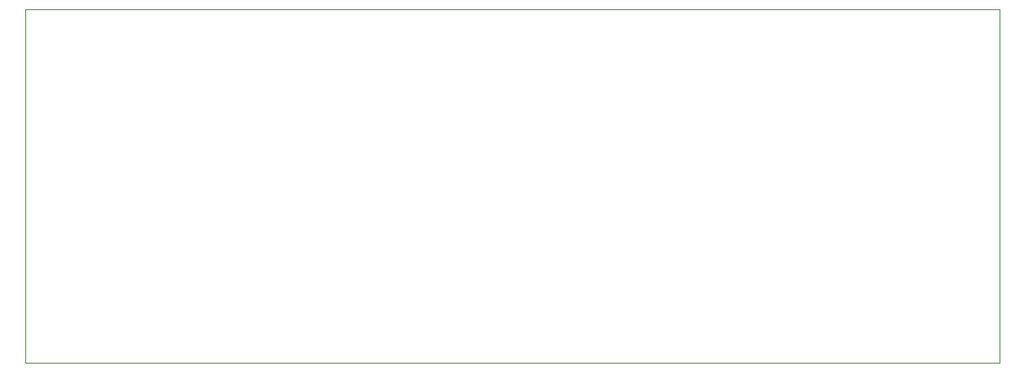
<source format=gbr>
%TF.GenerationSoftware,KiCad,Pcbnew,8.0.1*%
%TF.CreationDate,2024-04-05T09:52:39+02:00*%
%TF.ProjectId,qlexternal512kram_MIX,716c6578-7465-4726-9e61-6c3531326b72,0.1*%
%TF.SameCoordinates,Original*%
%TF.FileFunction,Profile,NP*%
%FSLAX46Y46*%
G04 Gerber Fmt 4.6, Leading zero omitted, Abs format (unit mm)*
G04 Created by KiCad (PCBNEW 8.0.1) date 2024-04-05 09:52:39*
%MOMM*%
%LPD*%
G01*
G04 APERTURE LIST*
%TA.AperFunction,Profile*%
%ADD10C,0.100000*%
%TD*%
G04 APERTURE END LIST*
D10*
X92805000Y-52705000D02*
X190595000Y-52705000D01*
X190595000Y-88265000D01*
X92805000Y-88265000D01*
X92805000Y-52705000D01*
M02*

</source>
